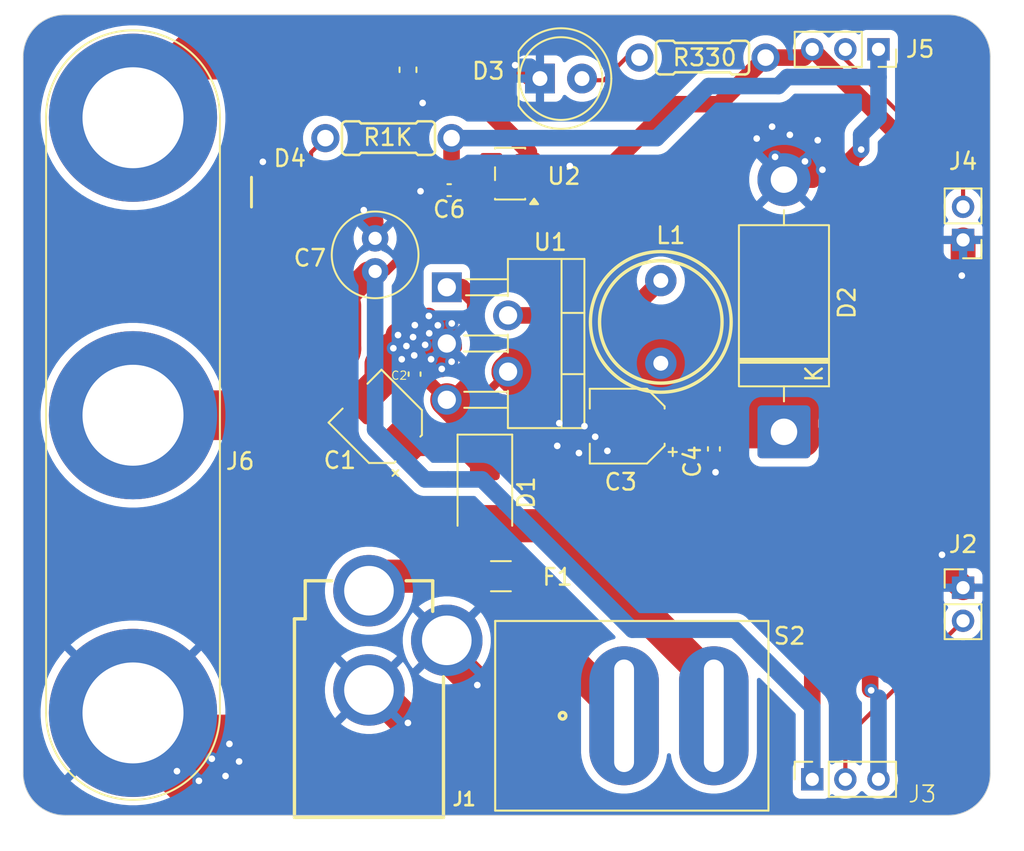
<source format=kicad_pcb>
(kicad_pcb (version 20241229) (generator "pcbnew") (generator_version "9.0")
  (layers (0 "F.Cu" signal) (2 "B.Cu" signal) (13 "F.Paste" user) (15 "B.Paste" user) (5 "F.SilkS" user "F.Silkscreen") (7 "B.SilkS" user "B.Silkscreen") (1 "F.Mask" user) (3 "B.Mask" user) (25 "Edge.Cuts" user))
  (net 0 "")
  (net 1 "GND")
  (net 2 "/+12V")
  (net 3 "/+3.3V")
  (net 4 "/+5V")
  (net 5 "Net-(D1-A)")
  (net 6 "/PWR_IN")
  (net 7 "Net-(D3-A)")
  (net 8 "Net-(D4-A)")
  (net 9 "Net-(J2-Pin_2)")
  (net 10 "Net-(J4-Pin_2)")
  (net 11 "Net-(U1-OUT)")
  (net 13 "Net-(F1-Pad2)")
  (footprint "Capacitor_SMD:CP_Elec_4x5.3" (layer "F.Cu") (at 112.68586 136.625143 180)
    (property "Reference" "C3" (at 0.393716 -3.374234 0) (layer "F.SilkS"))
    (property "Value" "220UF 25V" (hide yes))
    (pad "1" smd roundrect (at -1.8 0 180) (size 2.6 1.6) (layers "F.Cu" "F.Mask" "F.Paste") (roundrect_rratio 0.15625) (net 4 "/+5V"))
    (pad "2" smd roundrect (at 1.8 0 180) (size 2.6 1.6) (layers "F.Cu" "F.Mask" "F.Paste") (roundrect_rratio 0.15625) (net 1 "GND"))
  )
  (footprint "KRS_Library:Resistor_14w" (layer "F.Cu") (at 117.236539 114.352788 180)
    (property "Reference" "R330" (at -0.127001 0 0) (layer "F.SilkS"))
    (property "Value" "330" (hide yes))
    (pad "1" thru_hole circle (at -3.81 0 180) (size 1.7 1.7) (drill 1) (layers "*.Cu" "*.Mask") (net 4 "/+5V"))
    (pad "2" thru_hole circle (at 3.81 0 180) (size 1.7 1.7) (drill 1) (layers "*.Cu" "*.Mask") (net 7 "Net-(D3-A)"))
  )
  (footprint "Package_TO_SOT_SMD:SOT-23-5" (layer "F.Cu") (at 105.6125 121.368301 180)
    (property "Reference" "U2" (at -3.25 -0.15 0) (layer "F.SilkS"))
    (property "Value" "AP2112K-3.3" (hide yes))
    (pad "1" smd roundrect (at -1.1375 -0.949999 180) (size 1.325 0.6) (layers "F.Cu" "F.Mask" "F.Paste") (net 4 "/+5V"))
    (pad "2" smd roundrect (at -1.1375 0 180) (size 1.325 0.6) (layers "F.Cu" "F.Mask" "F.Paste") (net 1 "GND"))
    (pad "3" smd roundrect (at -1.1375 0.949999 180) (size 1.325 0.6) (layers "F.Cu" "F.Mask" "F.Paste") (net 4 "/+5V"))
    (pad "4" smd roundrect (at 1.1375 0.949999 180) (size 1.325 0.6) (layers "F.Cu" "F.Mask" "F.Paste"))
    (pad "5" smd roundrect (at 1.1375 -0.949999 180) (size 1.325 0.6) (layers "F.Cu" "F.Mask" "F.Paste") (net 3 "/+3.3V"))
  )
  (footprint "SparkFun-Capacitor:C_0603_1608Metric" (layer "F.Cu") (at 99.445085 115.087686 -90)
    (property "Reference" "C5")
    (property "Value" "1UF")
    (pad "1" smd roundrect (at -0.775 0 270) (size 0.9 0.95) (layers "F.Cu" "F.Mask" "F.Paste") (net 4 "/+5V"))
    (pad "2" smd roundrect (at 0.775 0 270) (size 0.9 0.95) (layers "F.Cu" "F.Mask" "F.Paste") (net 1 "GND"))
  )
  (footprint "LED_THT:LED_D5.0mm_FlatTop" (layer "F.Cu") (at 107.414678 115.61842)
    (property "Reference" "D3" (at -3.119414 -0.454 0) (layer "F.SilkS"))
    (property "Value" "LED" (hide yes))
    (pad "1" thru_hole rect (at 0 0) (size 1.8 1.8) (drill 0.9) (layers "*.Cu" "*.Mask") (net 1 "GND"))
    (pad "2" thru_hole circle (at 2.54 0) (size 1.8 1.8) (drill 0.9) (layers "*.Cu" "*.Mask") (net 7 "Net-(D3-A)"))
  )
  (footprint "Capacitor_SMD:C_0402_1005Metric" (layer "F.Cu") (at 99.843881 133.480808 90)
    (property "Reference" "C2" (at -0.085651 -0.930351 180) (layer "F.SilkS") (effects (font (size 0.5 0.5) (thickness 0.0625))))
    (property "Value" "0.1UF" (hide yes))
    (pad "1" smd roundrect (at -0.48 0 90) (size 0.56 0.62) (layers "F.Cu" "F.Mask" "F.Paste") (net 2 "/+12V"))
    (pad "2" smd roundrect (at 0.48 0 90) (size 0.56 0.62) (layers "F.Cu" "F.Mask" "F.Paste") (net 1 "GND"))
  )
  (footprint "Connector_PinSocket_2.00mm:PinSocket_1x03_P2.00mm_Vertical" (layer "F.Cu") (at 123.862586 157.968954 90)
    (property "Reference" "J3" (at -0.893954 6.644 0) (layer "F.SilkS") (effects (font (thickness 0.1))))
    (property "Value" "Conn_01x03_Pin" (hide yes))
    (pad "1" thru_hole rect (at 0 0 90) (size 1.35 1.35) (drill 0.8) (layers "*.Cu" "*.Mask") (net 3 "/+3.3V"))
    (pad "2" thru_hole circle (at 0 2.000001 90) (size 1.35 1.35) (drill 0.8) (layers "*.Cu" "*.Mask") (net 9 "Net-(J2-Pin_2)"))
    (pad "3" thru_hole circle (at 0 4 90) (size 1.35 1.35) (drill 0.8) (layers "*.Cu" "*.Mask") (net 4 "/+5V"))
  )
  (footprint "Capacitor_SMD:CP_Elec_4x5.3" (layer "F.Cu") (at 97.844182 136.408859 135)
    (property "Reference" "C1" (at 0.165733 -3.393076 180) (layer "F.SilkS"))
    (property "Value" "470UF_50V" (hide yes))
    (pad "1" smd roundrect (at -1.8 0 135) (size 2.6 1.6) (layers "F.Cu" "F.Mask" "F.Paste") (roundrect_rratio 0.15625) (net 2 "/+12V"))
    (pad "2" smd roundrect (at 1.8 0 135) (size 2.6 1.6) (layers "F.Cu" "F.Mask" "F.Paste") (roundrect_rratio 0.15625) (net 1 "GND"))
  )
  (footprint "RB141C1100:SW_RB141C1100" (layer "F.Cu") (at 120.4575 154.1295 180)
    (property "Reference" "S2" (at -2.034 4.819 0) (layer "F.SilkS"))
    (property "Value" "RB141C1100" (hide yes))
    (pad "1" thru_hole oval (at 7.96 0 180) (size 4.2 8.4) (drill oval 1.2 6.8) (layers "*.Cu" "*.Mask") (net 13 "Net-(F1-Pad2)"))
    (pad "2" thru_hole oval (at 2.54 0 180) (size 4.2 8.4) (drill oval 1.2 6.8) (layers "*.Cu" "*.Mask") (net 5 "Net-(D1-A)"))
  )
  (footprint "RLB0913-273K:RLB0913-273K" (layer "F.Cu") (at 114.715269 130.325146 -90)
    (property "Reference" "L1" (at -5.2236 -0.601051 0) (layer "F.SilkS"))
    (property "Value" "RLB0913-273K (68UH)" (hide yes))
    (pad "1" thru_hole circle (at -2.5 0 270) (size 1.9 1.9) (drill 0.9) (layers "*.Cu" "*.Mask") (net 11 "Net-(U1-OUT)"))
    (pad "2" thru_hole circle (at 2.5 0 270) (size 1.9 1.9) (drill 0.9) (layers "*.Cu" "*.Mask") (net 4 "/+5V"))
  )
  (footprint "Connector_PinSocket_2.00mm:PinSocket_1x03_P2.00mm_Vertical" (layer "F.Cu") (at 127.862586 113.853493 -90)
    (property "Reference" "J5" (at -0.011068 -2.514343 180) (layer "F.SilkS"))
    (property "Value" "Conn_01x03_Pin" (hide yes))
    (pad "1" thru_hole rect (at 0 0 270) (size 1.35 1.35) (drill 0.8) (layers "*.Cu" "*.Mask") (net 3 "/+3.3V"))
    (pad "2" thru_hole circle (at 0 2.000001 270) (size 1.35 1.35) (drill 0.8) (layers "*.Cu" "*.Mask") (net 10 "Net-(J4-Pin_2)"))
    (pad "3" thru_hole circle (at 0 4 270) (size 1.35 1.35) (drill 0.8) (layers "*.Cu" "*.Mask") (net 4 "/+5V"))
  )
  (footprint "Diode_THT:D_DO-201AD_P15.24mm_Horizontal" (layer "F.Cu") (at 122.15415 136.968838 90)
    (property "Reference" "D2" (at 7.797844 3.802812 90) (layer "F.SilkS"))
    (property "Value" "5A_40V" (hide yes))
    (fp_text user "K" (at 3.506441 1.827435 90) (layer "F.SilkS"))
    (pad "1" thru_hole roundrect (at 0 0 90) (size 3.2 3.2) (drill 1.6) (layers "*.Cu" "*.Mask") (roundrect_rratio 0.078125) (net 4 "/+5V"))
    (pad "2" thru_hole circle (at 15.24 0 90) (size 3.2 3.2) (drill 1.6) (layers "*.Cu" "*.Mask") (net 1 "GND"))
  )
  (footprint "Capacitor_THT:C_Radial_D5.0mm_H11.0mm_P2.00mm" (layer "F.Cu") (at 97.460586 127.274493 90)
    (property "Reference" "C7" (at 0.809 -3.941 180) (layer "F.SilkS"))
    (property "Value" "10UF" (hide yes))
    (pad "1" thru_hole circle (at 0 0 90) (size 1.6 1.6) (drill 0.8) (layers "*.Cu" "*.Mask") (net 3 "/+3.3V"))
    (pad "2" thru_hole circle (at 2.000001 0 90) (size 1.6 1.6) (drill 0.8) (layers "*.Cu" "*.Mask") (net 1 "GND"))
  )
  (footprint "Package_TO_SOT_THT:TO-220-5_P3.4x3.7mm_StaggerOdd_Lead3.8mm_Vertical" (layer "F.Cu") (at 101.789586 128.231685 -90)
    (property "Reference" "U1" (at -2.723 -6.249 180) (layer "F.SilkS"))
    (property "Value" "LM2596-5.0" (hide yes))
    (pad "1" thru_hole rect (at 0 0 270) (size 1.8 1.8) (drill 1.1) (layers "*.Cu" "*.Mask") (net 2 "/+12V"))
    (pad "2" thru_hole circle (at 1.7 -3.700001 270) (size 1.8 1.8) (drill 1.1) (layers "*.Cu" "*.Mask") (net 11 "Net-(U1-OUT)"))
    (pad "3" thru_hole circle (at 3.4 0 270) (size 1.8 1.8) (drill 1.1) (layers "*.Cu" "*.Mask") (net 1 "GND"))
    (pad "4" thru_hole circle (at 5.1 -3.700001 270) (size 1.8 1.8) (drill 1.1) (layers "*.Cu" "*.Mask") (net 4 "/+5V"))
    (pad "5" thru_hole circle (at 6.8 0 270) (size 1.8 1.8) (drill 1.1) (layers "*.Cu" "*.Mask") (net 2 "/+12V"))
  )
  (footprint "BANANA_TRI-PLUG:Banana_Jack_3Pin" (layer "F.Cu") (at 82.835986 150.955894 90)
    (property "Reference" "J6" (at 12.208088 6.473076 180) (layer "F.SilkS"))
    (property "Value" "BANANA_CONN" (hide yes))
    (pad "1" thru_hole circle (at -3 0 90) (size 10.16 10.16) (drill 6.1) (layers "*.Cu" "*.Mask") (net 1 "GND"))
    (pad "2" thru_hole circle (at 14.99 0 90) (size 10.16 10.16) (drill 6.1) (layers "*.Cu" "*.Mask") (net 3 "/+3.3V"))
    (pad "3" thru_hole circle (at 32.970001 0 90) (size 10.16 10.16) (drill 6.1) (layers "*.Cu" "*.Mask") (net 4 "/+5V"))
  )
  (footprint "SparkFun-Connector:Barrel_Jack_PTH" (layer "F.Cu") (at 97.088187 160.270494)
    (property "Reference" "J1" (at 4.96 -0.634999 180) (layer "F.SilkS") (effects (font (size 0.8 0.8) (thickness 0.16) (bold yes)) (justify left bottom)))
    (property "Value" "Barrel_Jack_PTH" (hide yes))
    (pad "1" thru_hole circle (at 0 -13.7) (size 4.318 4.318) (drill 2.9972) (layers "*.Cu" "*.Mask") (net 6 "/PWR_IN"))
    (pad "2" thru_hole circle (at 0 -7.7) (size 4.318 4.318) (drill 2.9972) (layers "*.Cu" "*.Mask") (net 1 "GND"))
    (pad "3" thru_hole circle (at 4.699999 -10.7 90) (size 4.318 4.318) (drill 2.9972) (layers "*.Cu" "*.Mask") (net 1 "GND"))
  )
  (footprint "SparkFun-LED:LED_1206_3216Metric_Green" (layer "F.Cu") (at 92.191828 122.482701)
    (property "Reference" "D4" (at 0.114343 -2.042286 0) (layer "F.SilkS"))
    (property "Value" "Green" (hide yes))
    (pad "1" smd roundrect (at -1.399999 0) (size 1.25 1.75) (layers "F.Cu" "F.Mask" "F.Paste") (roundrect_rratio 0.2) (net 1 "GND"))
    (pad "2" smd roundrect (at 1.399999 0) (size 1.25 1.75) (layers "F.Cu" "F.Mask" "F.Paste") (roundrect_rratio 0.2) (net 8 "Net-(D4-A)"))
  )
  (footprint "Fuse:Fuse_1206_3216Metric" (layer "F.Cu") (at 105.056586 145.693492)
    (property "Reference" "F1" (at 3.420056 0.052953 0) (layer "F.SilkS"))
    (property "Value" "1.5A" (hide yes))
    (pad "1" smd roundrect (at -1.399999 0) (size 1.25 1.75) (layers "F.Cu" "F.Mask" "F.Paste") (roundrect_rratio 0.2) (net 6 "/PWR_IN"))
    (pad "2" smd roundrect (at 1.399999 0) (size 1.25 1.75) (layers "F.Cu" "F.Mask" "F.Paste") (roundrect_rratio 0.2) (net 13 "Net-(F1-Pad2)"))
  )
  (footprint "Connector_PinHeader_2.00mm:PinHeader_1x02_P2.00mm_Vertical" (layer "F.Cu") (at 132.972172 125.370224 180)
    (property "Reference" "J4" (at 0 4.748 180) (layer "F.SilkS"))
    (property "Value" "Conn_01x02_Pin" (hide yes))
    (pad "1" thru_hole rect (at 0 0 180) (size 1.35 1.35) (drill 0.8) (layers "*.Cu" "*.Mask") (net 1 "GND"))
    (pad "2" thru_hole circle (at 0 2.000001 180) (size 1.35 1.35) (drill 0.8) (layers "*.Cu" "*.Mask") (net 10 "Net-(J4-Pin_2)"))
  )
  (footprint "Diode_SMD:D_SMA" (layer "F.Cu") (at 104.089427 140.645529 -90)
    (property "Reference" "D1" (at 0 -2.5 90) (layer "F.SilkS"))
    (property "Value" "SS14" (hide yes))
    (pad "1" smd roundrect (at -2.000001 0 270) (size 2.5 1.8) (layers "F.Cu" "F.Mask" "F.Paste") (roundrect_rratio 0.1388888889) (net 2 "/+12V"))
    (pad "2" smd roundrect (at 2.000001 0 270) (size 2.5 1.8) (layers "F.Cu" "F.Mask" "F.Paste") (roundrect_rratio 0.1388888889) (net 5 "Net-(D1-A)"))
  )
  (footprint "KRS_Library:Resistor_14w" (layer "F.Cu") (at 98.267 119.2183 180)
    (property "Reference" "R1K" (at 0.042208 0.047586 0) (layer "F.SilkS"))
    (property "Value" "1K" (hide yes))
    (pad "1" thru_hole circle (at -3.81 0 180) (size 1.7 1.7) (drill 1) (layers "*.Cu" "*.Mask") (net 3 "/+3.3V"))
    (pad "2" thru_hole circle (at 3.81 0 180) (size 1.7 1.7) (drill 1) (layers "*.Cu" "*.Mask") (net 8 "Net-(D4-A)"))
  )
  (footprint "Capacitor_SMD:C_0402_1005Metric" (layer "F.Cu") (at 117.922361 138.001857 -90)
    (property "Reference" "C4" (at 0.764249 1.303222 90) (layer "F.SilkS"))
    (property "Value" "0.1UF" (hide yes))
    (pad "1" smd roundrect (at -0.48 0 270) (size 0.56 0.62) (layers "F.Cu" "F.Mask" "F.Paste") (net 4 "/+5V"))
    (pad "2" smd roundrect (at 0.48 0 270) (size 0.56 0.62) (layers "F.Cu" "F.Mask" "F.Paste") (net 1 "GND"))
  )
  (footprint "Connector_PinHeader_2.00mm:PinHeader_1x02_P2.00mm_Vertical" (layer "F.Cu") (at 132.970586 146.387685)
    (property "Reference" "J2" (at 0 -2.618 0) (layer "F.SilkS"))
    (property "Value" "Conn_01x02_Pin" (hide yes))
    (pad "1" thru_hole rect (at 0 0) (size 1.35 1.35) (drill 0.8) (layers "*.Cu" "*.Mask") (net 1 "GND"))
    (pad "2" thru_hole circle (at 0 2.000001) (size 1.35 1.35) (drill 0.8) (layers "*.Cu" "*.Mask") (net 9 "Net-(J2-Pin_2)"))
  )
  (footprint "Capacitor_SMD:C_0402_1005Metric" (layer "F.Cu") (at 101.933586 122.362492 180)
    (property "Reference" "C6" (at 0 -1.16 0) (layer "F.SilkS"))
    (property "Value" "0.1UF" (hide yes))
    (pad "1" smd roundrect (at -0.48 0 180) (size 0.56 0.62) (layers "F.Cu" "F.Mask" "F.Paste") (net 3 "/+3.3V"))
    (pad "2" smd roundrect (at 0.48 0 180) (size 0.56 0.62) (layers "F.Cu" "F.Mask" "F.Paste") (net 1 "GND"))
  )
  (gr_line (start 134.62 157.607) (end 134.62 114.3) (stroke (width 0.05)) (layer "Edge.Cuts"))
  (gr_arc (start 76.2 114.3) (mid 76.943949 112.503949) (end 78.74 111.76) (stroke (width 0.05)) (layer "Edge.Cuts"))
  (gr_arc (start 132.08 111.76) (mid 133.876051 112.503949) (end 134.62 114.3) (stroke (width 0.05)) (layer "Edge.Cuts"))
  (gr_line (start 78.74 111.76) (end 132.08 111.76) (stroke (width 0.05)) (layer "Edge.Cuts"))
  (gr_arc (start 78.74 160.147) (mid 76.943949 159.403051) (end 76.2 157.607) (stroke (width 0.05)) (layer "Edge.Cuts"))
  (gr_line (start 78.74 160.147) (end 132.08 160.147) (stroke (width 0.05)) (layer "Edge.Cuts"))
  (gr_line (start 76.2 157.607) (end 76.2 114.3) (stroke (width 0.05)) (layer "Edge.Cuts"))
  (gr_arc (start 134.62 157.607) (mid 133.876051 159.403051) (end 132.08 160.147) (stroke (width 0.05)) (layer "Edge.Cuts"))
  (segment (start 110.752516 137.266804) (end 110.752516 136.758487) (width 1) (layer "F.Cu") (net 1))
  (segment (start 111.489503 137.228786) (end 110.88586 136.625143) (width 1) (layer "F.Cu") (net 1))
  (segment (start 86.129306 158.697481) (end 85.49107 158.059245) (width 1) (layer "F.Cu") (net 1))
  (segment (start 101.598576 132.06731) (end 101.471954 132.06731) (width 0.5) (layer "F.Cu") (net 1))
  (segment (start 87.596717 156.725547) (end 87.596717 155.988151) (width 2) (layer "F.Cu") (net 1))
  (segment (start 110.105522 136.625143) (end 108.762922 136.625143) (width 1) (layer "F.Cu") (net 1))
  (segment (start 124.995927 120.612214) (end 124.995927 120.148818) (width 1) (layer "F.Cu") (net 1))
  (segment (start 105.918 114.808) (end 106.72842 115.61842) (width 0.8) (layer "F.Cu") (net 1))
  (segment (start 100.917866 131.013637) (end 101.044702 130.886801) (width 2) (layer "F.Cu") (net 1))
  (segment (start 124.995927 120.148818) (end 124.193236 119.346127) (width 1) (layer "F.Cu") (net 1))
  (segment (start 109.770603 138.248717) (end 108.891556 138.248717) (width 1) (layer "F.Cu") (net 1))
  (segment (start 120.507599 119.242577) (end 120.721566 119.242577) (width 1) (layer "F.Cu") (net 1))
  (segment (start 85.49107 157.476171) (end 85.49107 158.059245) (width 2) (layer "F.Cu") (net 1))
  (segment (start 122.15415 121.728838) (end 122.15415 120.889128) (width 1) (layer "F.Cu") (net 1))
  (segment (start 109.770603 137.632824) (end 108.762922 136.625143) (width 1) (layer "F.Cu") (net 1))
  (segment (start 85.56446 153.955894) (end 82.835986 153.955894) (width 2) (layer "F.Cu") (net 1))
  (segment (start 99.821354 132.347895) (end 99.301987 132.347895) (width 1.5) (layer "F.Cu") (net 1))
  (segment (start 123.421377 120.624169) (end 122.763429 121.282117) (width 1) (layer "F.Cu") (net 1))
  (segment (start 82.835986 155.404161) (end 86.129306 158.697481) (width 2) (layer "F.Cu") (net 1))
  (segment (start 88.425329 157.768622) (end 89.244191 156.94976) (width 2) (layer "F.Cu") (net 1))
  (segment (start 123.421377 120.624169) (end 123.206813 120.409605) (width 1) (layer "F.Cu") (net 1))
  (segment (start 82.835986 153.955894) (end 86.299068 153.955894) (width 1.5) (layer "F.Cu") (net 1))
  (segment (start 102.080103 132.729808) (end 102.080103 132.548837) (width 0.5) (layer "F.Cu") (net 1))
  (segment (start 100.479498 131.711072) (end 100.558885 131.631685) (width 1.5) (layer "F.Cu") (net 1))
  (segment (start 100.135685 131.631685) (end 99.75211 131.24811) (width 2) (layer "F.Cu") (net 1))
  (segment (start 124.478987 121.129154) (end 124.995927 120.612214) (width 1) (layer "F.Cu") (net 1))
  (segment (start 99.445085 116.209085) (end 100.33 117.094) (width 0.8) (layer "F.Cu") (net 1))
  (segment (start 109.770603 138.248717) (end 109.770603 137.632824) (width 1) (layer "F.Cu") (net 1))
  (segment (start 87.596717 155.988151) (end 85.56446 153.955894) (width 2) (layer "F.Cu") (net 1))
  (segment (start 99.949 131.048198) (end 99.949 130.610871) (width 1.5) (layer "F.Cu") (net 1))
  (segment (start 101.789586 132.864309) (end 101.789586 131.631685) (width 1) (layer "F.Cu") (net 1))
  (segment (start 122.15415 119.375914) (end 122.509628 119.020436) (width 1) (layer "F.Cu") (net 1))
  (segment (start 101.485758 133.168137) (end 101.485758 132.651262) (width 0.5) (layer "F.Cu") (net 1))
  (segment (start 100.705681 129.966104) (end 101.044702 130.305125) (width 1) (layer "F.Cu") (net 1))
  (segment (start 101.073376 132.347895) (end 101.412957 132.008313) (width 1.5) (layer "F.Cu") (net 1))
  (segment (start 86.816848 158.061073) (end 86.816848 156.666848) (width 2) (layer "F.Cu") (net 1))
  (segment (start 99.821354 132.347895) (end 101.073376 132.347895) (width 1.5) (layer "F.Cu") (net 1))
  (segment (start 123.421377 121.067553) (end 122.760092 121.728838) (width 1) (layer "F.Cu") (net 1))
  (segment (start 120.507599 119.480639) (end 120.507599 119.242577) (width 1) (layer "F.Cu") (net 1))
  (segment (start 124.478987 121.129154) (end 124.326024 121.282117) (width 1) (layer "F.Cu") (net 1))
  (segment (start 100.558885 131.631685) (end 101.789586 131.631685) (width 1.5) (layer "F.Cu") (net 1))
  (segment (start 90.791829 122.482701) (end 90.791829 120.763829) (width 1) (layer "F.Cu") (net 1))
  (segment (start 97.460586 125.274492) (end 97.460586 124.257586) (width 1) (layer "F.Cu") (net 1))
  (segment (start 101.259725 130.519027) (end 101.989205 130.519027) (width 0.5) (layer "F.Cu") (net 1))
  (segment (start 89.517075 155.068324) (end 87.411498 155.068324) (width 2) (layer "F.Cu") (net 1))
  (segment (start 101.412957 132.578461) (end 101.412957 132.008313) (width 0.5) (layer "F.Cu") (net 1))
  (segment (start 99.949 130.610871) (end 99.857678 130.519549) (width 1.5) (layer "F.Cu") (net 1))
  (segment (start 108.762922 136.625143) (end 108.583611 136.445832) (width 1) (layer "F.Cu") (net 1))
  (segment (start 90.297293 155.848542) (end 89.517075 155.068324) (width 2) (layer "F.Cu") (net 1))
  (segment (start 106.75 121.368301) (end 108.755699 121.368301) (width 0.8) (layer "F.Cu") (net 1))
  (segment (start 99.344206 131.6214) (end 98.842875 131.120069) (width 1.5) (layer "F.Cu") (net 1))
  (segment (start 102.090011 130.717482) (end 102.090011 130.418221) (width 0.5) (layer "F.Cu") (net 1))
  (segment (start 122.760092 121.728838) (end 122.15415 121.728838) (width 1) (layer "F.Cu") (net 1))
  (segment (start 100.727968 131.013637) (end 100.866899 131.152568) (width 0.5) (layer "F.Cu") (net 1))
  (segment (start 108.583611 136.445832) (end 108.583611 137.694414) (width 1) (layer "F.Cu") (net 1))
  (segment (start 110.752516 136.758487) (end 110.88586 136.625143) (width 1) (layer "F.Cu") (net 1))
  (segment (start 110.752516 138.495684) (end 110.699711 138.548489) (width 1) (layer "F.Cu") (net 1))
  (segment (start 84.105894 153.955894) (end 82.835986 153.955894) (width 2) (layer "F.Cu") (net 1))
  (segment (start 102.278 132.070494) (end 102.451506 131.896988) (width 0.5) (layer "F.Cu") (net 1))
  (segment (start 89.244191 156.94976) (end 89.244191 156.891269) (width 2) (layer "F.Cu") (net 1))
  (segment (start 99.75211 131.245088) (end 99.375798 131.6214) (width 1.5) (layer "F.Cu") (net 1))
  (segment (start 107.233586 115.61842) (end 107.233586 115.719493) (width 0.8) (layer "F.Cu") (net 1))
  (segment (start 121.437888 120.410928) (end 121.437888 118.526255) (width 1) (layer "F.Cu") (net 1))
  (segment (start 124.109133 120.395323) (end 123.14404 120.395323) (width 1) (layer "F.Cu") (net 1))
  (segment (start 100.838954 132.582317) (end 101.789586 131.631685) (width 1.5) (layer "F.Cu") (net 1))
  (segment (start 111.489503 138.11994) (end 111.489503 137.228786) (width 1) (layer "F.Cu") (net 1))
  (segment (start 122.309077 121.282117) (end 122.190312 121.163352) (width 1) (layer "F.Cu") (net 1))
  (segment (start 82.835986 153.955894) (end 82.835986 155.404161) (width 2) (layer "F.Cu") (net 1))
  (segment (start 131.699 144.399) (end 131.699 145.116099) (width 1.5) (layer "F.Cu") (net 1))
  (segment (start 101.171538 131.013637) (end 101.789586 131.631685) (width 1) (layer "F.Cu") (net 1))
  (segment (start 86.185032 158.753207) (end 85.49107 158.059245) (width 2) (layer "F.Cu") (net 1))
  (segment (start 122.190312 121.163352) (end 120.507599 119.480639) (width 1) (layer "F.Cu") (net 1))
  (segment (start 101.485758 133.168137) (end 101.789586 132.864309) (width 1) (layer "F.Cu") (net 1))
  (segment (start 89.244191 156.891269) (end 89.244191 155.895007) (width 2) (layer "F.Cu") (net 1))
  (segment (start 88.075021 155.731847) (end 87.411498 155.068324) (width 2) (layer "F.Cu") (net 1))
  (segment (start 98.560586 132.1476) (end 97.821177 132.887009) (width 2) (layer "F.Cu") (net 1))
  (segment (start 99.821354 132.729808) (end 99.843881 132.729808) (width 1.5) (layer "F.Cu") (net 1))
  (segment (start 99.375798 131.6214) (end 99.344206 131.6214) (width 1.5) (layer "F.Cu") (net 1))
  (segment (start 101.788186 149.570494) (end 101.788186 150.429186) (width 2) (layer "F.Cu") (net 1))
  (segment (start 124.478987 121.129154) (end 123.879303 121.728838) (width 1) (layer "F.Cu") (net 1))
  (segment (start 124.079325 121.282117) (end 123.421377 120.624169) (width 1) (layer "F.Cu") (net 1))
  (segment (start 110.752516 137.266804) (end 110.752516 138.495684) (width 1) (layer "F.Cu") (net 1))
  (segment (start 86.765714 158.061073) (end 86.129306 158.697481) (width 2) (layer "F.Cu") (net 1))
  (segment (start 117.922361 139.313503) (end 118.020646 139.411788) (width 0.8) (layer "F.Cu") (net 1))
  (segment (start 122.15415 121.728838) (end 122.15415 121.385213) (width 1) (layer "F.Cu") (net 1))
  (segment (start 90.791829 120.763829) (end 90.678 120.65) (width 1) (layer "F.Cu") (net 1))
  (segment (start 100.866899 131.152568) (end 101.654925 131.152568) (width 0.5) (layer "F.Cu") (net 1))
  (segment (start 108.755699 121.368301) (end 109.22 120.904) (width 0.8) (layer "F.Cu") (net 1))
  (segment (start 100.727968 131.013637) (end 100.917866 131.013637) (width 2) (layer "F.Cu") (net 1))
  (segment (start 88.659289 155.828697) (end 88.679134 155.848542) (width 2) (layer "F.Cu") (net 1))
  (segment (start 82.835986 153.955894) (end 84.37864 153.955894) (width 2) (layer "F.Cu") (net 1))
  (segment (start 122.15415 121.728838) (end 122.15415 119.375914) (width 1) (layer "F.Cu") (net 1))
  (segment (start 131.699 145.116099) (end 132.970586 146.387685) (width 1.5) (layer "F.Cu") (net 1))
  (segment (start 102.451506 131.734218) (end 101.24802 130.530732) (width 0.5) (layer "F.Cu") (net 1))
  (segment (start 89.081031 155.731847) (end 88.075021 155.731847) (width 2) (layer "F.Cu") (net 1))
  (segment (start 122.190312 121.163352) (end 121.437888 120.410928) (width 1) (layer "F.Cu") (net 1))
  (segment (start 88.425329 157.768622) (end 87.440744 158.753207) (width 2) (layer "F.Cu") (net 1))
  (segment (start 123.867545 119.020436) (end 124.193236 119.346127) (width 1) (layer "F.Cu") (net 1))
  (segment (start 108.460432 137.817593) (end 109.69341 137.817593) (width 1) (layer "F.Cu") (net 1))
  (segment (start 99.75211 131.245088) (end 99.949 131.048198) (width 1.5) (layer "F.Cu") (net 1))
  (segment (start 87.270921 157.051343) (end 87.270921 157.607) (width 2) (layer "F.Cu") (net 1))
  (segment (start 132.972172 125.370224) (end 132.972172 127.453157) (width 1.5) (layer "F.Cu") (net 1))
  (segment (start 102.080103 132.729808) (end 102.278 132.531911) (width 0.5) (layer "F.Cu") (net 1))
  (segment (start 102.278 132.531911) (end 102.278 132.070494) (width 0.5) (layer "F.Cu") (net 1))
  (segment (start 106.72842 115.61842) (end 107.233586 115.61842) (width 0.8) (layer "F.Cu") (net 1))
  (segment (start 132.972172 127.453157) (end 132.896007 127.529322) (width 1.5) (layer "F.Cu") (net 1))
  (segment (start 124.478987 120.765177) (end 124.109133 120.395323) (width 1) (layer "F.Cu") (net 1))
  (segment (start 88.557546 155.764718) (end 87.596717 156.725547) (width 2) (layer "F.Cu") (net 1))
  (segment (start 98.560586 131.915649) (end 98.560586 132.1476) (width 2) (layer "F.Cu") (net 1))
  (segment (start 101.412957 132.008313) (end 101.789586 131.631685) (width 1) (layer "F.Cu") (net 1))
  (segment (start 122.15415 121.385213) (end 123.14404 120.395323) (width 1) (layer "F.Cu") (net 1))
  (segment (start 101.485758 132.651262) (end 101.412957 132.578461) (width 0.5) (layer "F.Cu") (net 1))
  (segment (start 87.270921 157.607) (end 86.816848 158.061073) (width 2) (layer "F.Cu") (net 1))
  (segment (start 89.244191 155.895007) (end 89.081031 155.731847) (width 2) (layer "F.Cu") (net 1))
  (segment (start 109.69341 137.817593) (end 110.88586 136.625143) (width 1) (layer "F.Cu") (net 1))
  (segment (start 97.088187 152.570494) (end 97.452494 152.570494) (width 2) (layer "F.Cu") (net 1))
  (segment (start 84.37864 153.955894) (end 86.417165 155.994419) (width 2) (layer "F.Cu") (net 1))
  (segment (start 86.816848 158.061073) (end 86.765714 158.061073) (width 2) (layer "F.Cu") (net 1))
  (segment (start 102.080103 132.548837) (end 101.598576 132.06731) (width 0.5) (layer "F.Cu") (net 1))
  (segment (start 117.922361 138.481857) (end 117.922361 139.313503) (width 0.8) (layer "F.Cu") (net 1))
  (segment (start 99.445085 115.862686) (end 99.445085 116.209085) (width 0.8) (layer "F.Cu") (net 1))
  (segment (start 101.788186 150.429186) (end 103.632 152.273) (width 2) (layer "F.Cu") (net 1))
  (segment (start 101.654925 131.152568) (end 102.090011 130.717482) (width 0.5) (layer "F.Cu") (net 1))
  (segment (start 101.989205 130.519027) (end 102.090011 130.418221) (width 0.5) (layer "F.Cu") (net 1))
  (segment (start 99.301987 132.347895) (end 99.067565 132.582317) (width 1.5) (layer "F.Cu") (net 1))
  (segment (start 110.699711 138.548489) (end 110.399939 138.248717) (width 1) (layer "F.Cu") (net 1))
  (segment (start 123.206813 119.717621) (end 122.509628 119.020436) (width 1) (layer "F.Cu") (net 1))
  (segment (start 122.015447 118.526255) (end 122.509628 119.020436) (width 1) (layer "F.Cu") (net 1))
  (segment (start 123.14404 120.395323) (end 124.193236 119.346127) (width 1) (layer "F.Cu") (net 1))
  (segment (start 124.326024 121.282117) (end 124.079325 121.282117) (width 1) (layer "F.Cu") (net 1))
  (segment (start 123.206813 120.409605) (end 123.206813 119.717621) (width 1) (layer "F.Cu") (net 1))
  (segment (start 120.721566 119.242577) (end 121.437888 118.526255) (width 1) (layer "F.Cu") (net 1))
  (segment (start 110.399939 138.248717) (end 109.770603 138.248717) (width 1) (layer "F.Cu") (net 1))
  (segment (start 100.400111 131.631685) (end 100.135685 131.631685) (width 2) (layer "F.Cu") (net 1))
  (segment (start 101.044702 130.305125) (end 101.044702 130.886801) (width 1) (layer "F.Cu") (net 1))
  (segment (start 88.470105 155.068324) (end 88.557546 155.155765) (width 2) (layer "F.Cu") (net 1))
  (segment (start 86.299068 153.955894) (end 87.411498 155.068324) (width 1.5) (layer "F.Cu") (net 1))
  (segment (start 101.453586 122.362492) (end 100.268508 122.362492) (width 0.3) (layer "F.Cu") (net 1))
  (segment (start 100.727968 131.013637) (end 101.171538 131.013637) (width 1) (layer "F.Cu") (net 1))
  (segment (start 122.509628 119.020436) (end 123.867545 119.020436) (width 1) (layer "F.Cu") (net 1))
  (segment (start 88.679134 155.848542) (end 90.297293 155.848542) (width 2) (layer "F.Cu") (net 1))
  (segment (start 99.789035 132.380214) (end 99.821354 132.347895) (width 0.5) (layer "F.Cu") (net 1))
  (segment (start 86.816848 156.666848) (end 84.105894 153.955894) (width 2) (layer "F.Cu") (net 1))
  (segment (start 124.478987 121.129154) (end 124.478987 120.765177) (width 1) (layer "F.Cu") (net 1))
  (segment (start 97.821177 132.887009) (end 97.821177 133.88628) (width 2) (layer "F.Cu") (net 1))
  (segment (start 122.15415 120.889128) (end 121.617537 120.352516) (width 1) (layer "F.Cu") (net 1))
  (segment (start 97.821177 133.88628) (end 96.57139 135.136067) (width 2) (layer "F.Cu") (net 1))
  (segment (start 123.879303 121.728838) (end 122.15415 121.728838) (width 1) (layer "F.Cu") (net 1))
  (segment (start 101.24802 130.530732) (end 101.259725 130.519027) (width 0.5) (layer "F.Cu") (net 1))
  (segment (start 121.437888 121.012576) (end 122.15415 121.728838) (width 1) (layer "F.Cu") (net 1))
  (segment (start 110.105522 136.625143) (end 110.88586 136.625143) (width 1) (layer "F.Cu") (net 1))
  (segment (start 100.268508 122.362492) (end 100.203 122.428) (width 0.3) (layer "F.Cu") (net 1))
  (segment (start 123.421377 120.624169) (end 123.421377 121.067553) (width 1) (layer "F.Cu") (net 1))
  (segment (start 121.617537 120.352516) (end 120.507599 119.242577) (width 1) (layer "F.Cu") (net 1))
  (segment (start 121.437888 118.526255) (end 121.437888 121.012576) (width 1) (layer "F.Cu") (net 1))
  (segment (start 122.763429 121.282117) (end 122.309077 121.282117) (width 1) (layer "F.Cu") (net 1))
  (segment (start 108.583611 137.694414) (end 108.460432 137.817593) (width 1) (layer "F.Cu") (net 1))
  (segment (start 87.596717 156.725547) (end 87.270921 157.051343) (width 2) (layer "F.Cu") (net 1))
  (segment (start 87.440744 158.753207) (end 86.185032 158.753207) (width 2) (layer "F.Cu") (net 1))
  (segment (start 87.411498 155.068324) (end 88.470105 155.068324) (width 2) (layer "F.Cu") (net 1))
  (segment (start 121.437888 118.526255) (end 122.015447 118.526255) (width 1) (layer "F.Cu") (net 1))
  (segment (start 122.509628 120.844035) (end 122.509628 119.020436) (width 1) (layer "F.Cu") (net 1))
  (segment (start 100.479498 131.711072) (end 100.400111 131.631685) (width 2) (layer "F.Cu") (net 1))
  (segment (start 99.75211 131.24811) (end 99.75211 131.245088) (width 2) (layer "F.Cu") (net 1))
  (segment (start 97.452494 152.570494) (end 99.441 154.559) (width 2) (layer "F.Cu") (net 1))
  (segment (start 108.891556 138.248717) (end 108.460432 137.817593) (width 1) (layer "F.Cu") (net 1))
  (segment (start 102.451506 131.896988) (end 102.451506 131.734218) (width 0.5) (layer "F.Cu") (net 1))
  (segment (start 89.244191 156.891269) (end 90.286918 155.848542) (width 2) (layer "F.Cu") (net 1))
  (segment (start 101.471954 132.06731) (end 101.412957 132.008313) (width 0.5) (layer "F.Cu") (net 1))
  (segment (start 99.821354 132.347895) (end 99.821354 132.729808) (width 1.5) (layer "F.Cu") (net 1))
  (segment (start 122.190312 121.163352) (end 122.509628 120.844035) (width 1) (layer "F.Cu") (net 1))
  (segment (start 97.460586 124.257586) (end 96.774 123.571) (width 1) (layer "F.Cu") (net 1))
  (segment (start 88.557546 155.155765) (end 88.557546 155.764718) (width 2) (layer "F.Cu") (net 1))
  (via (at 111.489503 138.11994) (size 0.8) (drill 0.4) (layers "F.Cu" "B.Cu") (net 1))
  (via (at 99.857678 130.519549) (size 0.8) (drill 0.4) (layers "F.Cu" "B.Cu") (net 1))
  (via (at 98.842875 131.120069) (size 0.8) (drill 0.4) (layers "F.Cu" "B.Cu") (net 1))
  (via (at 98.560586 131.915649) (size 0.8) (drill 0.4) (layers "F.Cu" "B.Cu") (net 1))
  (via (at 100.33 117.094) (size 0.8) (drill 0.4) (layers "F.Cu" "B.Cu") (net 1))
  (via (at 87.596717 156.725547) (size 0.8) (drill 0.4) (layers "F.Cu" "B.Cu") (net 1))
  (via (at 101.24802 130.530732) (size 0.8) (drill 0.4) (layers "F.Cu" "B.Cu") (net 1))
  (via (at 109.770603 138.248717) (size 0.8) (drill 0.4) (layers "F.Cu" "B.Cu") (net 1))
  (via (at 120.507599 119.242577) (size 0.8) (drill 0.4) (layers "F.Cu" "B.Cu") (net 1))
  (via (at 110.105522 136.625143) (size 0.8) (drill 0.4) (layers "F.Cu" "B.Cu") (net 1))
  (via (at 105.918 114.808) (size 0.8) (drill 0.4) (layers "F.Cu" "B.Cu") (net 1))
  (via (at 102.090011 130.418221) (size 0.8) (drill 0.4) (layers "F.Cu" "B.Cu") (net 1))
  (via (at 109.22 120.904) (size 0.8) (drill 0.4) (layers "F.Cu" "B.Cu") (net 1))
  (via (at 124.478987 121.129154) (size 0.8) (drill 0.4) (layers "F.Cu" "B.Cu") (net 1))
  (via (at 88.425329 157.768622) (size 0.8) (drill 0.4) (layers "F.Cu" "B.Cu") (net 1))
  (via (at 124.193236 119.346127) (size 0.8) (drill 0.4) (layers "F.Cu" "B.Cu") (net 1))
  (via (at 88.659289 155.828697) (size 0.8) (drill 0.4) (layers "F.Cu" "B.Cu") (net 1))
  (via (at 90.678 120.65) (size 0.8) (drill 0.4) (layers "F.Cu" "B.Cu") (net 1))
  (via (at 102.080103 132.729808) (size 0.8) (drill 0.4) (layers "F.Cu" "B.Cu") (net 1))
  (via (at 99.441 154.559) (size 0.8) (drill 0.4) (layers "F.Cu" "B.Cu") (net 1))
  (via (at 122.509628 119.020436) (size 0.8) (drill 0.4) (layers "F.Cu" "B.Cu") (net 1))
  (via (at 108.583611 136.445832) (size 0.8) (drill 0.4) (layers "F.Cu" "B.Cu") (net 1))
  (via (at 101.485758 133.168137) (size 0.8) (drill 0.4) (layers "F.Cu" "B.Cu") (net 1))
  (via (at 100.203 122.428) (size 0.8) (drill 0.4) (layers "F.Cu" "B.Cu") (net 1))
  (via (at 99.349587 131.783433) (size 0.8) (drill 0.4) (layers "F.Cu" "B.Cu") (net 1))
  (via (at 132.896007 127.529322) (size 0.8) (drill 0.4) (layers "F.Cu" "B.Cu") (net 1))
  (via (at 110.752516 137.266804) (size 0.8) (drill 0.4) (layers "F.Cu" "B.Cu") (net 1))
  (via (at 85.49107 157.476171) (size 0.8) (drill 0.4) (layers "F.Cu" "B.Cu") (net 1))
  (via (at 89.244191 156.891269) (size 0.8) (drill 0.4) (layers "F.Cu" "B.Cu") (net 1))
  (via (at 86.816848 158.061073) (size 0.8) (drill 0.4) (layers "F.Cu" "B.Cu") (net 1))
  (via (at 99.067565 132.582317) (size 0.8) (drill 0.4) (layers "F.Cu" "B.Cu") (net 1))
  (via (at 100.705681 129.966104) (size 0.8) (drill 0.4) (layers "F.Cu" "B.Cu") (net 1))
  (via (at 121.437888 118.526255) (size 0.8) (drill 0.4) (layers "F.Cu" "B.Cu") (net 1))
  (via (at 96.774 123.571) (size 0.8) (drill 0.4) (layers "F.Cu" "B.Cu") (net 1))
  (via (at 99.75211 131.245088) (size 0.8) (drill 0.4) (layers "F.Cu" "B.Cu") (net 1))
  (via (at 100.479498 131.711072) (size 0.8) (drill 0.4) (layers "F.Cu" "B.Cu") (net 1))
  (via (at 100.838954 132.582317) (size 0.8) (drill 0.4) (layers "F.Cu" "B.Cu") (net 1))
  (via (at 108.460432 137.817593) (size 0.8) (drill 0.4) (layers "F.Cu" "B.Cu") (net 1))
  (via (at 131.699 144.399) (size 0.8) (drill 0.4) (layers "F.Cu" "B.Cu") (net 1))
  (via (at 121.617537 120.352516) (size 0.8) (drill 0.4) (layers "F.Cu" "B.Cu") (net 1))
  (via (at 118.020646 139.411788) (size 0.8) (drill 0.4) (layers "F.Cu" "B.Cu") (net 1))
  (via (at 100.727968 131.013637) (size 0.8) (drill 0.4) (layers "F.Cu" "B.Cu") (net 1))
  (via (at 103.632 152.273) (size 0.8) (drill 0.4) (layers "F.Cu" "B.Cu") (net 1))
  (via (at 123.421377 120.624169) (size 0.8) (drill 0.4) (layers "F.Cu" "B.Cu") (net 1))
  (via (at 99.821354 132.347895) (size 0.8) (drill 0.4) (layers "F.Cu" "B.Cu") (net 1))
  (segment (start 105.918 114.808) (end 106.840093 114.808) (width 0.8) (layer "B.Cu") (net 1))
  (segment (start 106.840093 114.808) (end 107.751586 115.719493) (width 0.8) (layer "B.Cu") (net 1))
  (segment (start 99.116974 137.681651) (end 99.366655 137.43197) (width 2) (layer "F.Cu") (net 2))
  (segment (start 102.139901 135.031685) (end 103.378 133.793586) (width 1) (layer "F.Cu") (net 2))
  (segment (start 103.690586 132.419105) (end 103.690586 130.844265) (width 1) (layer "F.Cu") (net 2))
  (segment (start 104.089427 138.645528) (end 104.089427 137.331526) (width 2) (layer "F.Cu") (net 2))
  (segment (start 99.366655 137.43197) (end 102.875869 137.43197) (width 2) (layer "F.Cu") (net 2))
  (segment (start 102.704685 128.231685) (end 101.789586 128.231685) (width 1) (layer "F.Cu") (net 2))
  (segment (start 100.718709 133.960808) (end 101.789586 135.031685) (width 0.8) (layer "F.Cu") (net 2))
  (segment (start 103.690586 130.844265) (end 103.505 130.658679) (width 1) (layer "F.Cu") (net 2))
  (segment (start 99.843881 133.960808) (end 100.718709 133.960808) (width 0.5) (layer "F.Cu") (net 2))
  (segment (start 104.089427 137.331526) (end 101.789586 135.031685) (width 2) (layer "F.Cu") (net 2))
  (segment (start 103.378 132.731691) (end 103.690586 132.419105) (width 1) (layer "F.Cu") (net 2))
  (segment (start 103.505 130.658679) (end 103.505 129.032) (width 1) (layer "F.Cu") (net 2))
  (segment (start 103.505 129.032) (end 102.704685 128.231685) (width 1) (layer "F.Cu") (net 2))
  (segment (start 103.378 133.793586) (end 103.378 132.731691) (width 1) (layer "F.Cu") (net 2))
  (segment (start 101.789586 135.031685) (end 102.139901 135.031685) (width 1) (layer "F.Cu") (net 2))
  (segment (start 101.789586 135.031685) (end 102.646685 135.031685) (width 1.5) (layer "F.Cu") (net 2))
  (segment (start 102.875869 137.43197) (end 104.089427 138.645528) (width 2) (layer "F.Cu") (net 2))
  (segment (start 126.816683 119.90824) (end 126.196927 120.527997) (width 1) (layer "F.Cu") (net 3))
  (segment (start 95.120177 129.36543) (end 95.120177 131.955823) (width 3) (layer "F.Cu") (net 3))
  (segment (start 123.862586 142.607352) (end 123.862586 157.968954) (width 1) (layer "F.Cu") (net 3))
  (segment (start 97.363524 127.422554) (end 97.460586 127.325492) (width 1.5) (layer "F.Cu") (net 3))
  (segment (start 97.460586 127.274493) (end 98.150507 127.274493) (width 0.5) (layer "F.Cu") (net 3))
  (segment (start 126.196927 140.273011) (end 123.862586 142.607352) (width 1) (layer "F.Cu") (net 3))
  (segment (start 98.150507 127.274493) (end 102.484586 122.940414) (width 0.5) (layer "F.Cu") (net 3))
  (segment (start 102.077 120.877414) (end 102.077 119.2183) (width 1) (layer "F.Cu") (net 3))
  (segment (start 104.475 122.3183) (end 102.457778 122.3183) (width 0.5) (layer "F.Cu") (net 3))
  (segment (start 126.196927 120.527997) (end 126.196927 140.273011) (width 1) (layer "F.Cu") (net 3))
  (segment (start 102.484586 121.285) (end 102.077 120.877414) (width 1) (layer "F.Cu") (net 3))
  (segment (start 91.110106 135.965894) (end 82.835986 135.965894) (width 3) (layer "F.Cu") (net 3))
  (segment (start 102.484586 122.940414) (end 102.484586 121.285) (width 0.5) (layer "F.Cu") (net 3))
  (segment (start 95.120177 129.36543) (end 97.063053 127.422554) (width 1.5) (layer "F.Cu") (net 3))
  (segment (start 95.120177 131.955823) (end 91.110106 135.965894) (width 3) (layer "F.Cu") (net 3))
  (segment (start 97.063053 127.422554) (end 97.363524 127.422554) (width 1.5) (layer "F.Cu") (net 3))
  (via (at 126.816683 119.90824) (size 0.8) (drill 0.4) (layers "F.Cu" "B.Cu") (net 3))
  (segment (start 117.608906 116.071094) (end 114.4617 119.2183) (width 1) (layer "B.Cu") (net 3))
  (segment (start 127.862586 115.528493) (end 122.356512 115.528493) (width 1) (layer "B.Cu") (net 3))
  (segment (start 114.4617 119.2183) (end 102.077 119.2183) (width 1) (layer "B.Cu") (net 3))
  (segment (start 101.847645 139.843274) (end 103.912755 139.843274) (width 1) (layer "B.Cu") (net 3))
  (segment (start 103.912755 139.843274) (end 112.997981 148.9285) (width 1) (layer "B.Cu") (net 3))
  (segment (start 126.816683 119.010191) (end 127.862586 117.964288) (width 1) (layer "B.Cu") (net 3))
  (segment (start 100.473274 139.843274) (end 97.460586 136.830586) (width 1) (layer "B.Cu") (net 3))
  (segment (start 122.356512 115.528493) (end 121.813911 116.071094) (width 1) (layer "B.Cu") (net 3))
  (segment (start 112.997981 148.9285) (end 119.201976 148.9285) (width 1) (layer "B.Cu") (net 3))
  (segment (start 123.862586 153.58911) (end 123.862586 157.968954) (width 1) (layer "B.Cu") (net 3))
  (segment (start 126.816683 119.90824) (end 126.816683 119.010191) (width 1) (layer "B.Cu") (net 3))
  (segment (start 119.201976 148.9285) (end 123.862586 153.58911) (width 1) (layer "B.Cu") (net 3))
  (segment (start 101.847645 139.843274) (end 100.473274 139.843274) (width 1) (layer "B.Cu") (net 3))
  (segment (start 97.460586 136.830586) (end 97.460586 127.274493) (width 1) (layer "B.Cu") (net 3))
  (segment (start 127.862586 117.964288) (end 127.862586 115.528493) (width 1) (layer "B.Cu") (net 3))
  (segment (start 121.813911 116.071094) (end 117.608906 116.071094) (width 1) (layer "B.Cu") (net 3))
  (segment (start 127.862586 113.853493) (end 127.862586 115.528493) (width 1) (layer "B.Cu") (net 3))
  (segment (start 117.926136 134.121779) (end 117.926136 136.295831) (width 1.5) (layer "F.Cu") (net 4))
  (segment (start 114.48586 136.625143) (end 115.777166 136.625143) (width 2) (layer "F.Cu") (net 4))
  (segment (start 106.183399 122.3183) (end 105.6365 121.771401) (width 0.5) (layer "F.Cu") (net 4))
  (segment (start 117.466565 133.325242) (end 118.327038 133.325242) (width 2) (layer "F.Cu") (net 4))
  (segment (start 115.777166 136.625143) (end 116.133281 136.625143) (width 2) (layer "F.Cu") (net 4))
  (segment (start 114.715269 132.825146) (end 105.996126 132.825146) (width 2) (layer "F.Cu") (net 4))
  (segment (start 106.75 122.3183) (end 107.715087 122.3183) (width 0.5) (layer "F.Cu") (net 4))
  (segment (start 105.6365 120.869303) (end 106.087501 120.418302) (width 0.5) (layer "F.Cu") (net 4))
  (segment (start 113.344173 136.983248) (end 115.775176 136.983248) (width 1.5) (layer "F.Cu") (net 4))
  (segment (start 113.13686 135.570745) (end 113.13686 136.775935) (width 1.5) (layer "F.Cu") (net 4))
  (segment (start 119.414064 134.228752) (end 119.869309 134.683997) (width 2) (layer "F.Cu") (net 4))
  (segment (start 119.414064 134.807903) (end 119.414064 134.228752) (width 2) (layer "F.Cu") (net 4))
  (segment (start 114.715269 134.295481) (end 114.715269 132.825146) (width 2) (layer "F.Cu") (net 4))
  (segment (start 129.106088 119.096995) (end 123.862586 113.853493) (width 1) (layer "F.Cu") (net 4))
  (segment (start 119.869309 134.683997) (end 123.31197 134.683997) (width 2) (layer "F.Cu") (net 4))
  (segment (start 117.466565 135.83626) (end 117.926136 136.295831) (width 1.5) (layer "F.Cu") (net 4))
  (segment (start 123.315813 137.479058) (end 123.226562 137.389807) (width 2) (layer "F.Cu") (net 4))
  (segment (start 105.489587 133.260092) (end 107.031055 131.718624) (width 1.5) (layer "F.Cu") (net 4))
  (segment (start 105.489587 133.331685) (end 106.503474 134.345572) (width 2) (layer "F.Cu") (net 4))
  (segment (start 111.992402 133.331685) (end 113.035903 134.375186) (width 2) (layer "F.Cu") (net 4))
  (segment (start 119.008377 135.21359) (end 118.864589 135.357378) (width 2) (layer "F.Cu") (net 4))
  (segment (start 127.420784 152.592669) (end 127.359608 152.531493) (width 0.5) (layer "F.Cu") (net 4))
  (segment (start 116.133281 136.625143) (end 117.596824 136.625143) (width 2) (layer "F.Cu") (net 4))
  (segment (start 127.359608 147.020276) (end 129.106088 145.273796) (width 1) (layer "F.Cu") (net 4))
  (segment (start 112.498941 132.825146) (end 111.992402 133.331685) (width 2) (layer "F.Cu") (net 4))
  (segment (start 114.206611 136.345895) (end 113.981526 136.345895) (width 1.5) (layer "F.Cu") (net 4))
  (segment (start 107.031055 131.718624) (end 114.209961 131.718624) (width 1.5) (layer "F.Cu") (net 4))
  (segment (start 119.414064 134.228752) (end 119.414064 133.325242) (width 2) (layer "F.Cu") (net 4))
  (segment (start 118.327038 133.720877) (end 117.926136 134.121779) (width 1.5) (layer "F.Cu") (net 4))
  (segment (start 112.211606 134.645491) (end 113.13686 135.570745) (width 1.5) (layer "F.Cu") (net 4))
  (segment (start 110.122279 122.468696) (end 115.424597 117.166378) (width 1) (layer "F.Cu") (net 4))
  (segment (start 100.995385 114.312686) (end 106.75 120.067301) (width 1) (layer "F.Cu") (net 4))
  (segment (start 118.864589 135.357378) (end 115.777166 135.357378) (width 2) (layer "F.Cu") (net 4))
  (segment (start 114.715269 133.084964) (end 114.955547 133.325242) (width 2) (layer "F.Cu") (net 4))
  (segment (start 123.363291 114.352788) (end 123.862586 113.853493) (width 1) (layer "F.Cu") (net 4))
  (segment (start 117.596824 136.625143) (end 117.926136 136.295831) (width 1.5) (layer "F.Cu") (net 4))
  (segment (start 116.439865 134.80956) (end 117.926136 136.295831) (width 1.5) (layer "F.Cu") (net 4))
  (segment (start 114.715269 132.825146) (end 112.498941 132.825146) (width 2) (layer "F.Cu") (net 4))
  (segment (start 114.209961 132.319838) (end 114.715269 132.825146) (width 1.5) (layer "F.Cu") (net 4))
  (segment (start 105.489587 133.331685) (end 105.489587 133.260092) (width 1.5) (layer "F.Cu") (net 4))
  (segment (start 82.835986 117.985893) (end 86.648879 114.173) (width 3) (layer "F.Cu") (net 4))
  (segment (start 113.981526 136.345895) (end 113.344173 136.983248) (width 1.5) (layer "F.Cu") (net 4))
  (segment (start 123.226562 135.896425) (end 123.226562 137.389807) (width 2) (layer "F.Cu") (net 4))
  (segment (start 106.503474 134.345572) (end 110.992107 134.345572) (width 2) (layer "F.Cu") (net 4))
  (segment (start 123.226562 135.896425) (end 123.31197 135.811018) (width 2) (layer "F.Cu") (net 4))
  (segment (start 119.869309 134.683997) (end 119.869309 136.310871) (width 2) (layer "F.Cu") (net 4))
  (segment (start 114.209961 131.718624) (end 114.209961 132.319838) (width 1.5) (layer "F.Cu") (net 4))
  (segment (start 129.106088 145.273796) (end 129.106088 119.096995) (width 1) (layer "F.Cu") (net 4))
  (segment (start 115.777166 136.625143) (end 115.777166 135.357378) (width 2) (layer "F.Cu") (net 4))
  (segment (start 107.865483 122.468696) (end 110.122279 122.468696) (width 1) (layer "F.Cu") (net 4))
  (segment (start 106.803393 134.645491) (end 112.211606 134.645491) (width 1.5) (layer "F.Cu") (net 4))
  (segment (start 116.439865 133.325242) (end 117.466565 133.325242) (width 2) (layer "F.Cu") (net 4))
  (segment (start 117.926136 136.295831) (end 119.008377 135.21359) (width 2) (layer "F.Cu") (net 4))
  (segment (start 114.646985 132.89343) (end 114.715269 132.825146) (width 1) (layer "F.Cu") (net 4))
  (segment (start 86.648879 114.173) (end 96.393 114.173) (width 3) (layer "F.Cu") (net 4))
  (segment (start 123.31197 135.811018) (end 122.15415 136.968838) (width 2) (layer "F.Cu") (net 4))
  (segment (start 119.008377 135.21359) (end 119.414064 134.807903) (width 2) (layer "F.Cu") (net 4))
  (segment (start 118.327038 133.325242) (end 119.414064 133.325242) (width 2) (layer "F.Cu") (net 4))
  (segment (start 96.393 114.173) (end 96.532686 114.312686) (width 0.8) (layer "F.Cu") (net 4))
  (segment (start 117.466565 133.325242) (end 117.466565 135.83626) (width 1.5) (layer "F.Cu") (net 4))
  (segment (start 107.715087 122.3183) (end 107.865483 122.468696) (width 0.5) (layer "F.Cu") (net 4))
  (segment (start 116.72042 131.718624) (end 118.327038 133.325242) (width 1.5) (layer "F.Cu") (net 4))
  (segment (start 120.339212 136.780774) (end 122.342214 136.780774) (width 2) (layer "F.Cu") (net 4))
  (segment (start 118.232949 129.307466) (end 118.232949 117.166378) (width 0.8) (layer "F.Cu") (net 4))
  (segment (start 121.046539 114.352788) (end 123.363291 114.352788) (width 1) (layer "F.Cu") (net 4))
  (segment (start 110.992107 134.345572) (end 111.039462 134.298217) (width 2) (layer "F.Cu") (net 4))
  (segment (start 105.6365 121.771401) (end 105.6365 120.869303) (width 0.5) (layer "F.Cu") (net 4))
  (segment (start 105.996126 132.825146) (end 105.489587 133.331685) (width 2) (layer "F.Cu") (net 4))
  (segment (start 123.226562 137.389807) (end 122.805593 136.968838) (width 2) (layer "F.Cu") (net 4))
  (segment (start 114.48586 136.625143) (end 114.206611 136.345895) (width 1.5) (layer "F.Cu") (net 4))
  (segment (start 116.439865 133.325242) (end 116.439865 134.80956) (width 1.5) (layer "F.Cu") (net 4))
  (segment (start 119.528998 136.968838) (end 119.340934 136.780774) (width 2) (layer "F.Cu") (net 4))
  (segment (start 127.359608 152.531493) (end 127.359608 147.020276) (width 1) (layer "F.Cu") (net 4))
  (segment (start 119.869309 136.310871) (end 120.339212 136.780774) (width 2) (layer "F.Cu") (net 4))
  (segment (start 99.445085 114.312686) (end 100.995385 114.312686) (width 1) (layer "F.Cu") (net 4))
  (segment (start 117.926136 136.295831) (end 118.855991 136.295831) (width 2) (layer "F.Cu") (net 4))
  (segment (start 122.15415 136.968838) (end 119.528998 136.968838) (width 2) (layer "F.Cu") (net 4))
  (segment (start 113.035903 135.175186) (end 113.035903 134.375186) (width 1.5) (layer "F.Cu") (net 4))
  (segment (start 119.340934 136.780774) (end 118.855991 136.295831) (width 2) (layer "F.Cu") (net 4))
  (segment (start 113.13686 136.775935) (end 113.344173 136.983248) (width 1.5) (layer "F.Cu") (net 4))
  (segment (start 117.596824 135.96652) (end 117.596824 136.625143) (width 1.5) (layer "F.Cu") (net 4))
  (segment (start 117.926136 137.586804) (end 117.926136 136.295831) (width 0.5) (layer "F.Cu") (net 4))
  (segment (start 115.777166 135.357378) (end 114.715269 134.295481) (width 2) (layer "F.Cu") (net 4))
  (segment (start 106.087501 120.418302) (end 106.75 120.418302) (width 0.5) (layer "F.Cu") (net 4))
  (segment (start 114.715269 132.825146) (end 114.715269 133.084964) (width 2) (layer "F.Cu") (net 4))
  (segment (start 114.955547 133.325242) (end 116.439865 133.325242) (width 2) (layer "F.Cu") (net 4))
  (segment (start 122.805593 136.968838) (end 122.15415 136.968838) (width 2) (layer "F.Cu") (net 4))
  (segment (start 115.424597 117.166378) (end 118.232949 117.166378) (width 1) (layer "F.Cu") (net 4))
  (segment (start 116.94872 135.318416) (end 117.596824 135.96652) (width 1.5) (layer "F.Cu") (net 4))
  (segment (start 123.31197 134.683997) (end 123.31197 135.811018) (width 2) (layer "F.Cu") (net 4))
  (segment (start 114.715269 132.825146) (end 118.232949 129.307466) (width 0.8) (layer "F.Cu") (net 4))
  (segment (start 118.232949 117.166378) (end 121.046539 114.352788) (width 1) (layer "F.Cu") (net 4))
  (segment (start 122.342214 136.780774) (end 123.226562 135.896425) (width 2) (layer "F.Cu") (net 4))
  (segment (start 114.48586 136.625143) (end 113.83473 135.974014) (width 1.5) (layer "F.Cu") (net 4))
  (segment (start 113.83473 135.974014) (end 113.035903 135.175186) (width 1.5) (layer "F.Cu") (net 4))
  (segment (start 118.327038 133.325242) (end 118.327038 133.720877) (width 1.5) (layer "F.Cu") (net 4))
  (segment (start 105.489587 133.331685) (end 106.803393 134.645491) (width 1.5) (layer "F.Cu") (net 4))
  (segment (start 82.810585 118.214494) (end 85.710396 115.314684) (width 1.5) (layer "F.Cu") (net 4))
  (segment (start 115.775176 136.983248) (end 116.133281 136.625143) (width 1.5) (layer "F.Cu") (net 4))
  (segment (start 119.340934 136.780774) (end 120.339212 136.780774) (width 2) (layer "F.Cu") (net 4))
  (segment (start 114.209961 131.718624) (end 116.72042 131.718624) (width 1.5) (layer "F.Cu") (net 4))
  (segment (start 106.75 122.3183) (end 106.183399 122.3183) (width 0.5) (layer "F.Cu") (net 4))
  (segment (start 114.715269 135.093475) (end 113.83473 135.974014) (width 1.5) (layer "F.Cu") (net 4))
  (segment (start 96.532686 114.312686) (end 99.445085 114.312686) (width 1) (layer "F.Cu") (net 4))
  (via (at 127.420784 152.592669) (size 0.8) (drill 0.4) (layers "F.Cu" "B.Cu") (net 4))
  (segment (start 127.862586 153.034471) (end 127.862586 157.968954) (width 1) (layer "B.Cu") (net 4))
  (segment (start 127.420784 152.592669) (end 127.862586 153.034471) (width 0.5) (layer "B.Cu") (net 4))
  (segment (start 108.43353 142.64553) (end 111.919494 146.131494) (width 2) (layer "F.Cu") (net 5))
  (segment (start 104.089427 142.64553) (end 108.43353 142.64553) (width 2) (layer "F.Cu") (net 5))
  (segment (start 117.9175 154.1295) (end 117.9175 152.1295) (width 2) (layer "F.Cu") (net 5))
  (segment (start 117.9175 152.1295) (end 111.919494 146.131494) (width 2) (layer "F.Cu") (net 5))
  (segment (start 117.081587 155.626686) (end 116.11378 156.594493) (width 0.25) (layer "F.Cu") (net 5))
  (segment (start 97.088187 146.570494) (end 97.965189 145.693492) (width 2) (layer "F.Cu") (net 6))
  (segment (start 97.088187 145.481813) (end 97.088187 146.570494) (width 2) (layer "F.Cu") (net 6))
  (segment (start 97.965189 145.693492) (end 103.656587 145.693492) (width 2) (layer "F.Cu") (net 6))
  (segment (start 111.269286 115.719493) (end 110.055751 115.719493) (width 0.25) (layer "F.Cu") (net 7))
  (segment (start 112.635991 114.352788) (end 111.269286 115.719493) (width 0.25) (layer "F.Cu") (net 7))
  (segment (start 110.055751 115.719493) (end 109.954678 115.61842) (width 0.25) (layer "F.Cu") (net 7))
  (segment (start 113.426539 114.352788) (end 112.635991 114.352788) (width 0.25) (layer "F.Cu") (net 7))
  (segment (start 93.591827 122.482701) (end 93.591827 120.083473) (width 0.25) (layer "F.Cu") (net 8))
  (segment (start 93.591827 120.083473) (end 94.457 119.2183) (width 0.25) (layer "F.Cu") (net 8))
  (segment (start 125.862587 155.495685) (end 132.970586 148.387686) (width 0.25) (layer "F.Cu") (net 9))
  (segment (start 125.862587 157.968954) (end 125.862587 155.495685) (width 0.25) (layer "F.Cu") (net 9))
  (segment (start 125.862585 114.455492) (end 125.862585 113.853493) (width 0.25) (layer "F.Cu") (net 10))
  (segment (start 132.972172 121.565079) (end 125.862585 114.455492) (width 0.25) (layer "F.Cu") (net 10))
  (segment (start 132.972172 123.370223) (end 132.972172 121.565079) (width 0.25) (layer "F.Cu") (net 10))
  (segment (start 105.489587 129.931685) (end 112.60873 129.931685) (width 1) (layer "F.Cu") (net 11))
  (segment (start 112.60873 129.931685) (end 114.715269 127.825146) (width 1) (layer "F.Cu") (net 11))
  (segment (start 106.456585 145.693492) (end 106.456585 148.088585) (width 2) (layer "F.Cu") (net 13))
  (segment (start 106.456585 148.088585) (end 112.4975 154.1295) (width 2) (layer "F.Cu") (net 13))
  (zone (net 4) (net_name "/+5V") (layer "F.Cu") (priority 2) (connect_pads (clearance 0.5)) (min_thickness 0.25) (fill yes (thermal_gap 0.5) (thermal_bridge_width 0.5) (smoothing fillet) (radius 1))
    (polygon (pts (xy 103.949056 135.151301) (xy 112.429506 135.40805) (xy 112.697692 137.56323) (xy 124.508869 138.592249) (xy 124.508721 133.346068) (xy 117.32767 131.805406) (xy 112.733649 130.996844) (xy 105.707843 131.428329) (xy 104.362201 131.218486)))
  )
  (zone (net 1) (net_name "GND") (layer "B.Cu") (priority 1) (connect_pads (clearance 0.5)) (min_thickness 0.25) (fill yes (thermal_gap 0.5) (thermal_bridge_width 0.5))
    (polygon (pts (xy 74.803 110.871) (xy 75.184 162.052) (xy 136.652 162.306) (xy 136.271 110.998)))
  )
)
</source>
